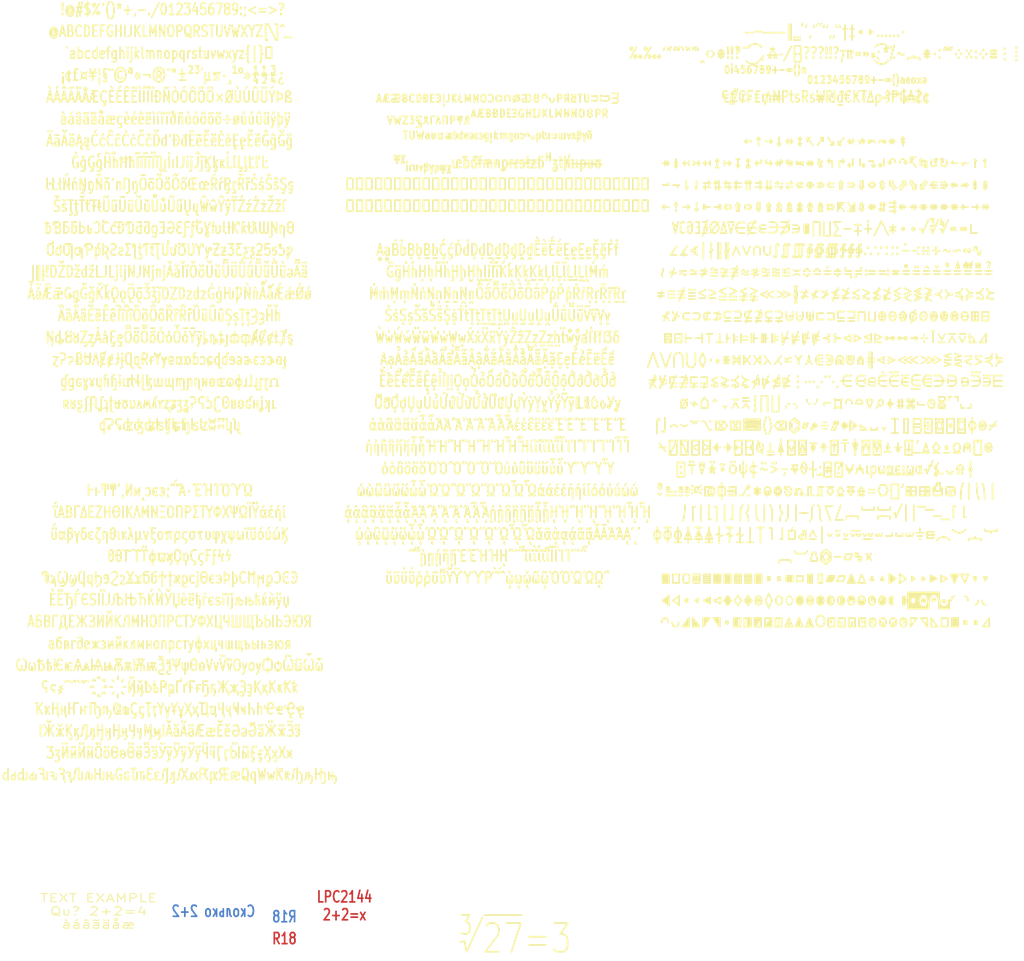
<source format=kicad_pcb>
(kicad_pcb (version 20221018) (generator pcbnew)

  (general
    (thickness 1.6)
  )

  (paper "A4")
  (title_block
    (date "29 jan 2010")
  )

  (layers
    (0 "F.Cu" signal)
    (31 "B.Cu" signal)
    (32 "B.Adhes" user "B.Adhesive")
    (33 "F.Adhes" user "F.Adhesive")
    (34 "B.Paste" user)
    (35 "F.Paste" user)
    (36 "B.SilkS" user "B.Silkscreen")
    (37 "F.SilkS" user "F.Silkscreen")
    (38 "B.Mask" user)
    (39 "F.Mask" user)
    (40 "Dwgs.User" user "User.Drawings")
    (41 "Cmts.User" user "User.Comments")
    (42 "Eco1.User" user "User.Eco1")
    (43 "Eco2.User" user "User.Eco2")
    (44 "Edge.Cuts" user)
    (45 "Margin" user)
    (46 "B.CrtYd" user "B.Courtyard")
    (47 "F.CrtYd" user "F.Courtyard")
    (48 "B.Fab" user)
    (49 "F.Fab" user)
  )

  (setup
    (pad_to_mask_clearance 0.254)
    (pcbplotparams
      (layerselection 0x0000030_80000001)
      (plot_on_all_layers_selection 0x0000000_00000000)
      (disableapertmacros false)
      (usegerberextensions false)
      (usegerberattributes true)
      (usegerberadvancedattributes true)
      (creategerberjobfile true)
      (dashed_line_dash_ratio 12.000000)
      (dashed_line_gap_ratio 3.000000)
      (svgprecision 4)
      (plotframeref false)
      (viasonmask false)
      (mode 1)
      (useauxorigin false)
      (hpglpennumber 1)
      (hpglpenspeed 20)
      (hpglpendiameter 15.000000)
      (dxfpolygonmode true)
      (dxfimperialunits true)
      (dxfusepcbnewfont true)
      (psnegative false)
      (psa4output false)
      (plotreference true)
      (plotvalue true)
      (plotinvisibletext false)
      (sketchpadsonfab false)
      (subtractmaskfromsilk false)
      (outputformat 1)
      (mirror false)
      (drillshape 1)
      (scaleselection 1)
      (outputdirectory "")
    )
  )

  (net 0 "")

  (gr_text "R18" (at 61.00064 189.99962) (layer "F.Cu") (tstamp 9a9c0f31-3b14-43c9-b12d-a5a0d97dc197)
    (effects (font (size 2.032 1.524) (thickness 0.3048)))
  )
  (gr_text "LPC2144\n2+2=x" (at 71.99884 184.00014) (layer "F.Cu") (tstamp a8da50b2-0750-428e-9232-4c82bfd52643)
    (effects (font (size 2.032 1.524) (thickness 0.3048)))
  )
  (gr_text "R18" (at 61.00064 185.99912) (layer "B.Cu") (tstamp 066e9510-6a4c-43f9-9544-cb22265ea740)
    (effects (font (size 2.032 1.524) (thickness 0.3048)) (justify mirror))
  )
  (gr_text "Сколько 2+2" (at 48.00092 185.0009) (layer "B.Cu") (tstamp 56344fe3-b7b2-4819-aa55-e7fb2540de19)
    (effects (font (size 2.032 1.524) (thickness 0.3048)) (justify mirror))
  )
  (gr_text "‰‱′″‴‵‶‷‸‹›※‼‽‾‿⁀⁁⁂⁃⁄⁅⁆⁇⁈⁉⁊⁋⁌⁍⁎⁏⁐⁑⁒⁓⁔⁕⁖⁗⁘⁙⁚⁛⁜⁝⁞" (at 159.99968 27.99842) (layer "F.SilkS") (tstamp 003d1646-7024-478a-a88c-6cafe0b21d08)
    (effects (font (size 2.032 1.524) (thickness 0.3048)))
  )
  (gr_text "ῠῡῢΰῤῥῦῧῨῩῪΎῬ῭΅`ῲῳῴῶῷῸΌῺΏῼ´῾" (at 99.9998 124.00026) (layer "F.SilkS") (tstamp 0141e0c4-895d-432e-9c94-3318bb7f550a)
    (effects (font (size 2.032 1.524) (thickness 0.3048)))
  )
  (gr_text "ᾠᾡᾢᾣᾤᾥᾦᾧᾨᾩᾪᾫᾬᾭᾮᾯᾰᾱᾲᾳᾴᾶᾷᾸᾹᾺΆᾼ᾽ι᾿" (at 99.9998 115.99926) (layer "F.SilkS") (tstamp 01f2f685-883a-476f-aeca-2a5031d00ca5)
    (effects (font (size 2.032 1.524) (thickness 0.3048)))
  )
  (gr_text "῀῁ῂῃῄῆῇῈΈῊΉῌ῍῎῏ῐῑῒΐῖῗῘῙῚΊ῝῞῟" (at 99.9998 119.99976) (layer "F.SilkS") (tstamp 023d8241-95ef-4f72-ab1d-a2e03ff5b373)
    (effects (font (size 2.032 1.524) (thickness 0.3048)))
  )
  (gr_text "■□▢▣▤▥▦▧▨▩▪▫▬▭▮▯▰▱▲△▴▵▶▷▸▹►▻▼▽▾▿" (at 159.99968 124.00026) (layer "F.SilkS") (tstamp 03908071-a2c0-47d6-b197-23fd217fcd59)
    (effects (font (size 2.032 1.524) (thickness 0.3048)))
  )
  (gr_text "ƠơƢƣƤƥƦƧƨƩƪƫƬƭƮƯưƱƲƳƴƵƶƷƸƹƺƻƼƽƾƿ" (at 39.99992 64.00292) (layer "F.SilkS") (tstamp 08b00ab0-4354-4730-a7e8-36e10afd0636)
    (effects (font (size 2.032 1.524) (thickness 0.3048)))
  )
  (gr_text "TEXT EXAMPLE\nQu? 2+2=4\nàáâãäåæ" (at 27.0002 185.0009) (layer "F.SilkS") (tstamp 0c541422-03b7-4719-9998-f7bb8067c7f5)
    (effects (font (size 1.50114 1.99898) (thickness 0.20066)))
  )
  (gr_text "абвгдежзийклмнопрстуфхцчшщъыьэюя" (at 39.99992 136.00176) (layer "F.SilkS") (tstamp 0d37405f-9562-4dbc-96fa-9cb05d06aa85)
    (effects (font (size 2.032 1.524) (thickness 0.3048)))
  )
  (gr_text "ѠѡѢѣѤѥѦѧѨѩѪѫѬѭѮѯѰѱѲѳѴѵѶѷѸѹѺѻѼѽѾѿ" (at 39.99992 140.00226) (layer "F.SilkS") (tstamp 101db771-ea33-472d-a6e7-92008a3450b6)
    (effects (font (size 2.032 1.524) (thickness 0.3048)))
  )
  (gr_text "₠₡₢₣₤₥₦₧₨₩₪₫€₭₮₯₰₱₲₳₴₵" (at 159.99968 35.99942) (layer "F.SilkS") (tstamp 13246071-9e3d-494e-ae81-57ef7d77f412)
    (effects (font (size 2.032 1.524) (thickness 0.3048)))
  )
  (gr_text "ɠɡɢɣɤɥɦɧɨɩɪɫɬɭɮɯɰɱɲɳɴɵɶɷɸɹɺɻɼɽɾɿ" (at 39.99992 88.00084) (layer "F.SilkS") (tstamp 1426f8f2-4f83-4145-8aa5-fc4433864a23)
    (effects (font (size 2.032 1.524) (thickness 0.3048)))
  )
  (gr_text "àáâãäåæçèéêëìíîïðñòóôõö÷øùúûüýþÿ" (at 41.00068 39.99992) (layer "F.SilkS") (tstamp 1c21e995-72ed-46c4-81f7-1dc3b62ef901)
    (effects (font (size 2.032 1.524) (thickness 0.3048)))
  )
  (gr_text "◀◁◂◃◄◅◆◇◈◉◊○◌◍◎●◐◑◒◓◔◕◖◗◘◙◚◛◜◝◞◟" (at 159.99968 127.99822) (layer "F.SilkS") (tstamp 1d451a12-a932-4bd3-af49-908c6e65ef09)
    (effects (font (size 2.032 1.524) (thickness 0.3048)))
  )
  (gr_text "ҠҡҢңҤҥҦҧҨҩҪҫҬҭҮүҰұҲҳҴҵҶҷҸҹҺһҼҽҾҿ" (at 39.99992 148.00072) (layer "F.SilkS") (tstamp 212eb628-f266-4483-ae27-c53a7b3c38ff)
    (effects (font (size 2.032 1.524) (thickness 0.3048)))
  )
  (gr_text "⌀⌁⌂⌃⌄⌅⌆⌇⌈⌉⌊⌋⌌⌍⌎⌏⌐⌑⌒⌓⌔⌕⌖⌗⌘⌙⌚⌛⌜⌝⌞⌟" (at 159.99968 91.9988) (layer "F.SilkS") (tstamp 282671f3-0d83-4596-bf17-3fef295e0e30)
    (effects (font (size 2.032 1.524) (thickness 0.3048)))
  )
  (gr_text "◠◡◢◣◤◥◦◧◨◩◪◫◬◭◮◯◰◱◲◳◴◵◶◷◸◹◺◻◼◽◾◿" (at 159.99968 131.99872) (layer "F.SilkS") (tstamp 2a80f32d-a4c9-4f60-950d-de55f0789a79)
    (effects (font (size 2.032 1.524) (thickness 0.3048)))
  )
  (gr_text "⌠⌡⌢⌣⌤⌥⌦⌧⌨〈〉⌫⌬⌭⌮⌯⌰⌱⌲⌳⌴⌵⌶⌷⌸⌹⌺⌻⌼⌽⌾⌿" (at 159.99968 95.9993) (layer "F.SilkS") (tstamp 2b874cf7-0c5b-43dd-a0aa-83515151bc9a)
    (effects (font (size 2.032 1.524) (thickness 0.3048)))
  )
  (gr_text "ŀŁłŃńŅņŇňŉŊŋŌōŎŏŐőŒœŔŕŖŗŘřŚśŜŝŞş" (at 39.99992 52.00142) (layer "F.SilkS") (tstamp 2bad59a0-208e-42a3-9d1f-cfcea1ae8c1e)
    (effects (font (size 2.032 1.524) (thickness 0.3048)))
  )
  (gr_text "ȠȡȢȣȤȥȦȧȨȩȪȫȬȭȮȯȰȱȲȳȴȵȶȷȸȹȺȻȼȽȾȿ" (at 39.99992 80.00238) (layer "F.SilkS") (tstamp 2e03f269-0333-4961-bd1f-d6aba1ef9bde)
    (effects (font (size 2.032 1.524) (thickness 0.3048)))
  )
  (gr_text "ᾀᾁᾂᾃᾄᾅᾆᾇᾈᾉᾊᾋᾌᾍᾎᾏᾐᾑᾒᾓᾔᾕᾖᾗᾘᾙᾚᾛᾜᾝᾞᾟ" (at 99.9998 111.99876) (layer "F.SilkS") (tstamp 2e59fad2-e5db-440d-bfbb-96a6962705f8)
    (effects (font (size 2.032 1.524) (thickness 0.3048)))
  )
  (gr_text "ĠġĢģĤĥĦħĨĩĪīĬĭĮįİıĲĳĴĵĶķĸĹĺĻļĽľĿ" (at 39.99992 48.00092) (layer "F.SilkS") (tstamp 3205fdb2-9476-4cab-bffe-52c34fe8dc63)
    (effects (font (size 2.032 1.524) (thickness 0.3048)))
  )
  (gr_text "ǠǡǢǣǤǥǦǧǨǩǪǫǬǭǮǯǰǱǲǳǴǵǶǷǸǹǺǻǼǽǾǿ" (at 39.99992 72.00138) (layer "F.SilkS") (tstamp 333d8dc0-a1fe-40c8-bad7-4fad7eac41d8)
    (effects (font (size 2.032 1.524) (thickness 0.3048)))
  )
  (gr_text "⏠⏡⏢⏣⏤⏥⏦⏧" (at 159.99968 119.99976) (layer "F.SilkS") (tstamp 3567c914-9529-47b6-a4a6-42fae672d46f)
    (effects (font (size 2.032 1.524) (thickness 0.3048)))
  )
  (gr_text "ᶀᶁᶂᶃᶄᶅᶆᶇᶈᶉᶊᶋᶌᶍᶎᶏᶐᶑᶒᶓᶔᶕᶖᶗᶘᶙᶚᶛᶜᶝᶞᶟ" (at 99.9998 51.99888) (layer "F.SilkS") (tstamp 36fae2e1-b7df-4ea4-accb-7ae881fe766b)
    (effects (font (size 2.032 1.524) (thickness 0.3048)))
  )
  (gr_text "↠↡↢↣↤↥↦↧↨↩↪↫↬↭↮↯↰↱↲↳↴↵↶↷↸↹↺↻↼↽↾↿" (at 159.99968 47.99838) (layer "F.SilkS") (tstamp 3705571d-cc0a-4d0e-91ea-07bb43129035)
    (effects (font (size 2.032 1.524) (thickness 0.3048)))
  )
  (gr_text "≀≁≂≃≄≅≆≇≈≉≊≋≌≍≎≏≐≑≒≓≔≕≖≗≘≙≚≛≜≝≞≟" (at 159.99968 67.99834) (layer "F.SilkS") (tstamp 3b448ce5-789c-45c2-ac81-70b58ada21bc)
    (effects (font (size 2.032 1.524) (thickness 0.3048)))
  )
  (gr_text "ĀāĂăĄąĆćĈĉĊċČčĎďĐđĒēĔĕĖėĘęĚěĜĝĞğ" (at 39.99992 44.00042) (layer "F.SilkS") (tstamp 3dd9d5e9-3672-48bb-8d81-b59b7adbd578)
    (effects (font (size 2.032 1.524) (thickness 0.3048)))
  )
  (gr_text "ӠӡӢӣӤӥӦӧӨөӪӫӬӭӮӯӰӱӲӳӴӵӶӷӸӹӺӻӼӽӾӿ" (at 39.99992 156.00172) (layer "F.SilkS") (tstamp 42e7781d-df4e-4ce1-836c-2c86d3e1867d)
    (effects (font (size 2.032 1.524) (thickness 0.3048)))
  )
  (gr_text "∀∁∂∃∄∅∆∇∈∉∊∋∌∍∎∏∐∑−∓∔∕∖∗∘∙√∛∜∝∞∟" (at 159.99968 59.99988) (layer "F.SilkS") (tstamp 4a99c4d6-ea90-4978-9c47-6bcb457e0341)
    (effects (font (size 2.032 1.524) (thickness 0.3048)))
  )
  (gr_text "⍠⍡⍢⍣⍤⍥⍦⍧⍨⍩⍪⍫⍬⍭⍮⍯⍰⍱⍲⍳⍴⍵⍶⍷⍸⍹⍺⍻⍼⍽⍾⍿" (at 159.99968 104.0003) (layer "F.SilkS") (tstamp 50d3938f-efea-40e1-8688-a37661bc0063)
    (effects (font (size 2.032 1.524) (thickness 0.3048)))
  )
  (gr_text "ΐΑΒΓΔΕΖΗΘΙΚΛΜΝΞΟΠΡΣΤΥΦΧΨΩΪΫάέήί" (at 39.99992 112.0013) (layer "F.SilkS") (tstamp 547d919c-7ada-430f-b285-eabaa9557bdf)
    (effects (font (size 2.032 1.524) (thickness 0.3048)))
  )
  (gr_text "⇠⇡⇢⇣⇤⇥⇦⇧⇨⇩⇪⇫⇬⇭⇮⇯⇰⇱⇲⇳⇴⇵⇶⇷⇸⇹⇺⇻⇼⇽⇾⇿" (at 159.99968 55.99938) (layer "F.SilkS") (tstamp 55bdef7a-2422-47c1-8d9f-a54f30ecedf3)
    (effects (font (size 2.032 1.524) (thickness 0.3048)))
  )
  (gr_text "ἠἡἢἣἤἥἦἧἨἩἪἫἬἭἮἯἰἱἲἳἴἵἶἷἸἹἺἻἼἽἾἿ" (at 99.9998 99.9998) (layer "F.SilkS") (tstamp 55f4484f-5fa4-416d-9eba-e9d58e864a5a)
    (effects (font (size 2.032 1.524) (thickness 0.3048)))
  )
  (gr_text "⊀⊁⊂⊃⊄⊅⊆⊇⊈⊉⊊⊋⊌⊍⊎⊏⊐⊑⊒⊓⊔⊕⊖⊗⊘⊙⊚⊛⊜⊝⊞⊟" (at 159.99968 75.99934) (layer "F.SilkS") (tstamp 56207855-9bf2-4106-957b-8e43750c9a7a)
    (effects (font (size 2.032 1.524) (thickness 0.3048)))
  )
  (gr_text "@ABCDEFGHIJKLMNOPQRSTUVWXYZ[\\]^_" (at 39.99992 24.003) (layer "F.SilkS") (tstamp 59073258-eef1-455e-ba4e-77f6da715b7f)
    (effects (font (size 2.032 1.524) (thickness 0.3048)))
  )
  (gr_text "≠≡≢≣≤≥≦≧≨≩≪≫≬≭≮≯≰≱≲≳≴≵≶≷≸≹≺≻≼≽≾≿" (at 159.99968 71.99884) (layer "F.SilkS") (tstamp 5dce6fa5-a55a-413c-888f-342873ca53c6)
    (effects (font (size 2.032 1.524) (thickness 0.3048)))
  )
  (gr_text "ԀԁԂԃԄԅԆԇԈԉԊԋԌԍԎԏԐԑԒԓԔԕԖԗԘԙԚԛԜԝԞԟԠԡԢԣ" (at 39.99992 159.99968) (layer "F.SilkS") (tstamp 675e77d2-d595-4cac-9981-5d6e7c5e739a)
    (effects (font (size 2.032 1.524) (thickness 0.3048)))
  )
  (gr_text " !@#$%'()*+,-./0123456789:;<=>?" (at 39.99992 20.0025) (layer "F.SilkS") (tstamp 6ada466a-6184-42dd-a626-f3ca8c7471ee)
    (effects (font (size 2.032 1.524) (thickness 0.3048)))
  )
  (gr_text "ŠšŢţŤťŦŧŨũŪūŬŭŮůŰűŲųŴŵŶŷŸŹźŻżŽžſ" (at 39.99992 56.00192) (layer "F.SilkS") (tstamp 722f7ca2-feee-4cec-b9ef-9ed2eda00072)
    (effects (font (size 2.032 1.524) (thickness 0.3048)))
  )
  (gr_text "ЀЁЂЃЄЅІЇЈЉЊЋЌЍЎЏѐёђѓєѕіїјљњћќѝўџ" (at 39.99992 128.00076) (layer "F.SilkS") (tstamp 75d4f26e-a3b3-4eef-8a01-ff4169af9e0f)
    (effects (font (size 2.032 1.524) (thickness 0.3048)))
  )
  (gr_text "ἀἁἂἃἄἅἆἇἈἉἊἋἌἍἎἏἐἑἒἓἔἕἘἙἚἛἜἝ" (at 99.9998 95.9993) (layer "F.SilkS") (tstamp 76fe64c5-9a7e-4c9f-8ea4-143acb05c237)
    (effects (font (size 2.032 1.524) (thickness 0.3048)))
  )
  (gr_text "ɀɁɂɃɄɅɆɇɈɉɊɋɌɍɎɏɐɑɒɓɔɕɖɗɘəɚɛɜɝɞɟ" (at 39.99992 84.00288) (layer "F.SilkS") (tstamp 7834c678-6a9b-4054-8ea1-cadd016db073)
    (effects (font (size 2.032 1.524) (thickness 0.3048)))
  )
  (gr_text "⎠⎡⎢⎣⎤⎥⎦⎧⎨⎩⎪⎫⎬⎭⎮⎯⎰⎱⎲⎳⎴⎵⎶⎷⎸⎹⎺⎻⎼⎽⎾⎿" (at 159.99968 111.99876) (layer "F.SilkS") (tstamp 785dac94-6883-49e1-972b-18b6e59236ca)
    (effects (font (size 2.032 1.524) (thickness 0.3048)))
  )
  (gr_text "∠∡∢∣∤∥∦∧∨∩∪∫∬∭∮∯∰∱∲∳∴∵∶∷∸∹∺∻∼∽∾∿" (at 159.99968 64.00038) (layer "F.SilkS") (tstamp 79a28393-589d-41c4-8356-324a77b96970)
    (effects (font (size 2.032 1.524) (thickness 0.3048)))
  )
  (gr_text "ὠὡὢὣὤὥὦὧὨὩὪὫὬὭὮὯὰάὲέὴήὶίὸόὺύὼώ" (at 99.9998 108.0008) (layer "F.SilkS") (tstamp 7aaedd76-febf-4e86-8d72-29a3345a178a)
    (effects (font (size 2.032 1.524) (thickness 0.3048)))
  )
  (gr_text "Ҁҁ҂҃҄҅҆҇҈҉ҊҋҌҍҎҏҐґҒғҔҕҖҗҘҙҚқҜҝҞҟ" (at 39.99992 144.00276) (layer "F.SilkS") (tstamp 7e5c16ba-73d5-40bc-8a80-5b85d57dbbe2)
    (effects (font (size 2.032 1.524) (thickness 0.3048)))
  )
  (gr_text "⊠⊡⊢⊣⊤⊥⊦⊧⊨⊩⊪⊫⊬⊭⊮⊯⊰⊱⊲⊳⊴⊵⊶⊷⊸⊹⊺⊻⊼⊽⊾⊿" (at 159.99968 79.99984) (layer "F.SilkS") (tstamp 829d798f-c0e3-433e-972e-6a6c7f777080)
    (effects (font (size 2.032 1.524) (thickness 0.3048)))
  )
  (gr_text "ϐϑϒϓϔϕϖϗϘϙϚϛϜϝϞϟ" (at 39.99992 120.0023) (layer "F.SilkS") (tstamp 8cac228d-ccf5-448f-8df9-c5b6154a3f8b)
    (effects (font (size 2.032 1.524) (thickness 0.3048)))
  )
  (gr_text "ƀƁƂƃƄƅƆƇƈƉƊƋƌƍƎƏƐƑƒƓƔƕƖƗƘƙƚƛƜƝƞƟ" (at 39.99992 60.00242) (layer "F.SilkS") (tstamp 8d4eb0cc-20be-4cf3-854b-66d0bc8deec2)
    (effects (font (size 2.032 1.524) (thickness 0.3048)))
  )
  (gr_text "ϠϡϢϣϤϥϦϧϨϩϪϫϬϭϮϯϰϱϲϳϴϵ϶ϷϸϹϺϻϼϽϾϿ" (at 39.99992 124.0028) (layer "F.SilkS") (tstamp 901f3516-87f8-427b-8006-43ff3be8bd8b)
    (effects (font (size 2.032 1.524) (thickness 0.3048)))
  )
  (gr_text "∛~{27}=3" (at 102.99954 189.99962) (layer "F.SilkS") (tstamp 90f75759-c5ab-474f-a423-de34ebcb231e)
    (effects (font (size 5.25018 4.0005) (thickness 0.3048)))
  )
  (gr_text "ӀӁӂӃӄӅӆӇӈӉӊӋӌӍӎӏӐӑӒӓӔӕӖӗӘәӚӛӜӝӞӟ" (at 39.99992 152.00122) (layer "F.SilkS") (tstamp 93dca7b3-7f1c-4aa3-a78f-91481f075005)
    (effects (font (size 2.032 1.524) (thickness 0.3048)))
  )
  (gr_text " ¡¢£¤¥¦§¨©ª«¬­®¯°±²³´µ¶·¸¹º»¼½¾¿" (at 39.99992 32.00146) (layer "F.SilkS") (tstamp 94195dc9-d0a2-4295-8ae6-665433e3bdef)
    (effects (font (size 2.032 1.524) (thickness 0.3048)))
  )
  (gr_text "⍀⍁⍂⍃⍄⍅⍆⍇⍈⍉⍊⍋⍌⍍⍎⍏⍐⍑⍒⍓⍔⍕⍖⍗⍘⍙⍚⍛⍜⍝⍞⍟" (at 159.99968 99.9998) (layer "F.SilkS") (tstamp 969e4f73-e1c0-4c3a-901c-69dae7d249a6)
    (effects (font (size 2.032 1.524) (thickness 0.3048)))
  )
  (gr_text "ṠṡṢṣṤṥṦṧṨṩṪṫṬṭṮṯṰṱṲṳṴṵṶṷṸṹṺṻṼṽṾṿ" (at 99.9998 75.99934) (layer "F.SilkS") (tstamp 97d67922-fcf0-4fb3-bd8d-3d09ba75514d)
    (effects (font (size 2.032 1.524) (thickness 0.3048)))
  )
  (gr_text "ÀÁÂÃÄÅÆÇÈÉÊËÌÍÎÏÐÑÒÓÔÕÖ×ØÙÚÛÜÝÞß" (at 39.99992 36.00196) (layer "F.SilkS") (tstamp a5ab83b1-5e61-47e6-b9dd-5bf675bf8861)
    (effects (font (size 2.032 1.524) (thickness 0.3048)))
  )
  (gr_text "ͰͱͲͳʹ͵Ͷͷͺͻͼͽ;΄΅Ά·ΈΉΊΌΎΏ" (at 39.99992 108.0008) (layer "F.SilkS") (tstamp a6c92b03-4beb-49af-bd87-9bcf491dbb91)
    (effects (font (size 2.032 1.524) (thickness 0.3048)))
  )
  (gr_text "ḀḁḂḃḄḅḆḇḈḉḊḋḌḍḎḏḐḑḒḓḔḕḖḗḘḙḚḛḜḝḞḟ" (at 99.9998 64.00038) (layer "F.SilkS") (tstamp a6f5ceb0-fc80-4a51-b39e-960d52157d93)
    (effects (font (size 2.032 1.524) (thickness 0.3048)))
  )
  (gr_text "⇀⇁⇂⇃⇄⇅⇆⇇⇈⇉⇊⇋⇌⇍⇎⇏⇐⇑⇒⇓⇔⇕⇖⇗⇘⇙⇚⇛⇜⇝⇞⇟" (at 159.99968 51.99888) (layer "F.SilkS") (tstamp a7c0db90-a429-490c-9458-2670e6ab623c)
    (effects (font (size 2.032 1.524) (thickness 0.3048)))
  )
  (gr_text "ΰαβγδεζηθικλμνξοπρςστυφχψωϊϋόύώϏ" (at 39.99992 115.99926) (layer "F.SilkS") (tstamp abf4d05c-2914-45ff-9343-f06b30492561)
    (effects (font (size 2.032 1.524) (thickness 0.3048)))
  )
  (gr_text "ȀȁȂȃȄȅȆȇȈȉȊȋȌȍȎȏȐȑȒȓȔȕȖȗȘșȚțȜȝȞȟ" (at 39.99992 76.00188) (layer "F.SilkS") (tstamp b18d1d91-4e14-49df-ae77-2f2e1f06e472)
    (effects (font (size 2.032 1.524) (thickness 0.3048)))
  )
  (gr_text "АБВГДЕЖЗИЙКЛМНОПРСТУФХЦЧШЩЪЫЬЭЮЯ" (at 39.99992 132.00126) (layer "F.SilkS") (tstamp b27909fd-4711-4323-8c92-90f2dbf4c3d6)
    (effects (font (size 2.032 1.524) (thickness 0.3048)))
  )
  (gr_text "ẀẁẂẃẄẅẆẇẈẉẊẋẌẍẎẏẐẑẒẓẔẕẖẗẘẙẚẛẜẝẞẟ" (at 99.9998 79.99984) (layer "F.SilkS") (tstamp b5e7c333-37f4-45c5-a1dc-9d089480a629)
    (effects (font (size 2.032 1.524) (thickness 0.3048)))
  )
  (gr_text "ᴀᴁᴂᴃᴄᴅᴆᴇᴈᴉᴊᴋᴌᴍᴎᴏᴐᴑᴒᴓᴔᴕᴖᴗᴘᴙᴚᴛᴜᴝᴞᴟ" (at 99.9998 35.99942) (layer "F.SilkS") (tstamp b627c8d8-7cd9-4ab5-a574-26ba7191ad4d)
    (effects (font (size 2.032 1.524) (thickness 0.3048)))
  )
  (gr_text "ḠḡḢḣḤḥḦḧḨḩḪḫḬḭḮḯḰḱḲḳḴḵḶḷḸḹḺḻḼḽḾḿ" (at 99.9998 68.00088) (layer "F.SilkS") (tstamp b73d4dec-9337-4941-89ca-2934fd2dad25)
    (effects (font (size 2.032 1.524) (thickness 0.3048)))
  )
  (gr_text "ỀềỂểỄễỆệỈỉỊịỌọỎỏỐốỒồỔổỖỗỘộỚớỜờỞở" (at 99.9998 88.00084) (layer "F.SilkS") (tstamp bd1b1f20-7e08-4390-87b6-696500a50f16)
    (effects (font (size 2.032 1.524) (thickness 0.3048)))
  )
  (gr_text "ǀǁǂǃǄǅǆǇǈǉǊǋǌǍǎǏǐǑǒǓǔǕǖǗǘǙǚǛǜǝǞǟ" (at 39.99992 68.00088) (layer "F.SilkS") (tstamp c4d1280c-07a0-4526-ac70-e11cd6ee6053)
    (effects (font (size 2.032 1.524) (thickness 0.3048)))
  )
  (gr_text "ᵀᵁᵂᵃᵄᵅᵆᵇᵈᵉᵊᵋᵌᵍᵎᵏᵐᵑᵒᵓᵔᵕᵖᵗᵘᵙᵚᵛᵜᵝᵞᵟ" (at 99.9998 44.00042) (layer "F.SilkS") (tstamp c5a37c2a-bebf-46d6-8eef-706f93f75b13)
    (effects (font (size 2.032 1.524) (thickness 0.3048)))
  )
  (gr_text "←↑→↓↔↕↖↗↘↙↚↛↜↝↞↟" (at 159.99968 44.00042) (layer "F.SilkS") (tstamp c96d243c-51c0-46cc-a403-a4375828dc21)
    (effects (font (size 2.032 1.524) (thickness 0.3048)))
  )
  (gr_text "ᶠᶡᶢᶣᶤᶥᶦᶧᶨᶩᶪᶫᶬᶭᶮᶯᶰᶱᶲᶳᶴᶵᶶᶷᶸᶹᶺᶻᶼᶽᶾᶿ" (at 99.9998 55.99938) (layer "F.SilkS") (tstamp d21f060f-377f-4f5c-9d7f-21152a45feb5)
    (effects (font (size 2.032 1.524) (thickness 0.3048)))
  )
  (gr_text "⋠⋡⋢⋣⋤⋥⋦⋧⋨⋩⋪⋫⋬⋭⋮⋯⋰⋱⋲⋳⋴⋵⋶⋷⋸⋹⋺⋻⋼⋽⋾⋿" (at 159.99968 87.9983) (layer "F.SilkS") (tstamp d2ceb912-541d-4022-ae30-be11f5329f8a)
    (effects (font (size 2.032 1.524) (thickness 0.3048)))
  )
  (gr_text "ᴠᴡᴢᴣᴤᴥᴦᴧᴨᴩᴪᴫᴬᴭᴮᴯᴰᴱᴲᴳᴴᴵᴶᴷᴸᴹᴺᴻᴼᴽᴾᴿ" (at 99.9998 39.99992) (layer "F.SilkS") (tstamp d3640e01-a3bf-430e-a398-ef7d9f5377ad)
    (effects (font (size 2.032 1.524) (thickness 0.3048)))
  )
  (gr_text "⁰ⁱ⁴⁵⁶⁷⁸⁹⁺⁻⁼⁽⁾ⁿ₀₁₂₃₄₅₆₇₈₉₊₋₌₍₎ₐₑₒₓₔ" (at 159.99968 31.99892) (layer "F.SilkS") (tstamp d6e99974-1a26-42e3-91ee-dd68eff669da)
    (effects (font (size 2.032 1.524) (thickness 0.3048)))
  )
  (gr_text "`abcdefghijklmnopqrstuvwxyz{|}" (at 39.99992 28.0035) (layer "F.SilkS") (tstamp d7a8d6d5-afd2-4fa7-abd6-85a86640f070)
    (effects (font (size 2.032 1.524) (thickness 0.3048)))
  )
  (gr_text "ᵠᵡᵢᵣᵤᵥᵦᵧᵨᵩᵪᵫᵬᵭᵮᵯᵰᵱᵲᵳᵴᵵᵶᵷᵸᵹᵺᵻᵼᵽᵾᵿ" (at 99.9998 48.00092) (layer "F.SilkS") (tstamp d7d04c9b-2128-4035-b8c3-e27ba9788b42)
    (effects (font (size 2.032 1.524) (thickness 0.3048)))
  )
  (gr_text "⎀⎁⎂⎃⎄⎅⎆⎇⎈⎉⎊⎋⎌⎍⎎⎏⎐⎑⎒⎓⎔⎕⎖⎗⎘⎙⎚⎛⎜⎝⎞⎟" (at 159.99968 107.99826) (layer "F.SilkS") (tstamp dbbffd11-194e-4785-a940-498ae5a99d96)
    (effects (font (size 2.032 1.524) (thickness 0.3048)))
  )
  (gr_text "ὀὁὂὃὄὅὈὉὊὋὌὍὐὑὒὓὔὕὖὗὙὛὝὟ" (at 99.9998 104.0003) (layer "F.SilkS") (tstamp ddd0ea06-ce9d-496c-9c4c-77a8f664cb73)
    (effects (font (size 2.032 1.524) (thickness 0.3048)))
  )
  (gr_text "ʀʁʂʃʄʅʆʇʈʉʊʋʌʍʎʏʐʑʒʓʔʕʖʗʘʙʚʛʜʝʞʟ" (at 39.99992 92.00134) (layer "F.SilkS") (tstamp de1625f1-65a7-40a5-8904-4d90e2a02d27)
    (effects (font (size 2.032 1.524) (thickness 0.3048)))
  )
  (gr_text "ʠʡʢʣʤʥʦʧʨʩʪʫʬʭʮʯ" (at 39.99992 96.00184) (layer "F.SilkS") (tstamp e12c0b56-f3dc-4dc3-b209-725e5405454a)
    (effects (font (size 2.032 1.524) (thickness 0.3048)))
  )
  (gr_text "⏀⏁⏂⏃⏄⏅⏆⏇⏈⏉⏊⏋⏌⏍⏎⏏⏐⏑⏒⏓⏔⏕⏖⏗⏘⏙⏚⏛⏜⏝⏞⏟" (at 159.99968 115.99926) (layer "F.SilkS") (tstamp e5eb4b86-3813-4dec-bd21-b3f869277d7d)
    (effects (font (size 2.032 1.524) (thickness 0.3048)))
  )
  (gr_text "ỠỡỢợỤụỦủỨứỪừỬửỮữỰựỲỳỴỵỶỷỸỹỺỻỼỽỾỿ" (at 99.9998 91.9988) (layer "F.SilkS") (tstamp eae7975d-b990-46d5-a879-a98b7e4b277e)
    (effects (font (size 2.032 1.524) (thickness 0.3048)))
  )
  (gr_text "‐‑‒–—―‖‗‘’‚‛“”„‟†‡•‣․‥…‧" (at 159.99968 24.00046) (layer "F.SilkS") (tstamp ef6d9866-e781-4614-95e8-69e02b9afd70)
    (effects (font (size 2.032 1.524) (thickness 0.3048)))
  )
  (gr_text "⋀⋁⋂⋃⋄⋅⋆⋇⋈⋉⋊⋋⋌⋍⋎⋏⋐⋑⋒⋓⋔⋕⋖⋗⋘⋙⋚⋛⋜⋝⋞⋟" (at 159.99968 84.00034) (layer "F.SilkS") (tstamp f79b5d13-efa7-4ea5-a2d6-8b97a78acbcd)
    (effects (font (size 2.032 1.524) (thickness 0.3048)))
  )
  (gr_text "ṀṁṂṃṄṅṆṇṈṉṊṋṌṍṎṏṐṑṒṓṔṕṖṗṘṙṚṛṜṝṞṟ" (at 99.9998 71.99884) (layer "F.SilkS") (tstamp fade94cd-f110-42fb-bfee-6ee42ed42aaf)
    (effects (font (size 2.032 1.524) (thickness 0.3048)))
  )
  (gr_text "ẠạẢảẤấẦầẨẩẪẫẬậẮắẰằẲẳẴẵẶặẸẹẺẻẼẽẾế" (at 99.9998 84.00034) (layer "F.SilkS") (tstamp fd2b4833-6f7f-4df9-8e5c-531c838ac643)
    (effects (font (size 2.032 1.524) (thickness 0.3048)))
  )

)

</source>
